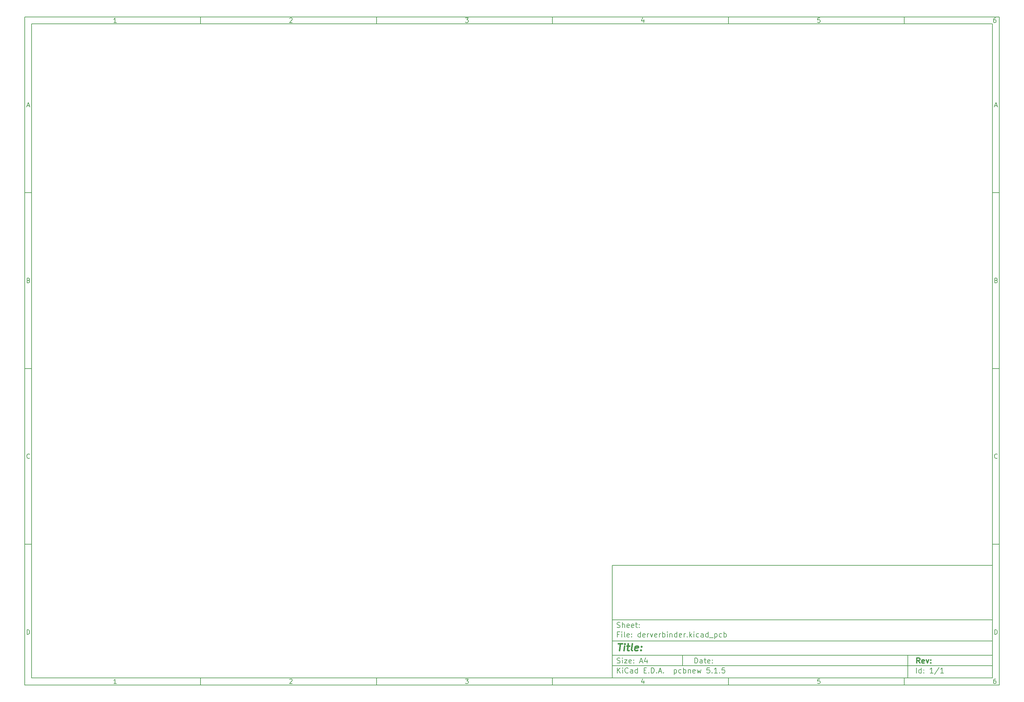
<source format=gbr>
G04 #@! TF.GenerationSoftware,KiCad,Pcbnew,5.1.5*
G04 #@! TF.CreationDate,2019-11-29T13:32:31+01:00*
G04 #@! TF.ProjectId,derverbinder,64657276-6572-4626-996e-6465722e6b69,rev?*
G04 #@! TF.SameCoordinates,Original*
G04 #@! TF.FileFunction,Paste,Bot*
G04 #@! TF.FilePolarity,Positive*
%FSLAX46Y46*%
G04 Gerber Fmt 4.6, Leading zero omitted, Abs format (unit mm)*
G04 Created by KiCad (PCBNEW 5.1.5) date 2019-11-29 13:32:31*
%MOMM*%
%LPD*%
G04 APERTURE LIST*
%ADD10C,0.100000*%
%ADD11C,0.150000*%
%ADD12C,0.300000*%
%ADD13C,0.400000*%
G04 APERTURE END LIST*
D10*
D11*
X177002200Y-166007200D02*
X177002200Y-198007200D01*
X285002200Y-198007200D01*
X285002200Y-166007200D01*
X177002200Y-166007200D01*
D10*
D11*
X10000000Y-10000000D02*
X10000000Y-200007200D01*
X287002200Y-200007200D01*
X287002200Y-10000000D01*
X10000000Y-10000000D01*
D10*
D11*
X12000000Y-12000000D02*
X12000000Y-198007200D01*
X285002200Y-198007200D01*
X285002200Y-12000000D01*
X12000000Y-12000000D01*
D10*
D11*
X60000000Y-12000000D02*
X60000000Y-10000000D01*
D10*
D11*
X110000000Y-12000000D02*
X110000000Y-10000000D01*
D10*
D11*
X160000000Y-12000000D02*
X160000000Y-10000000D01*
D10*
D11*
X210000000Y-12000000D02*
X210000000Y-10000000D01*
D10*
D11*
X260000000Y-12000000D02*
X260000000Y-10000000D01*
D10*
D11*
X36065476Y-11588095D02*
X35322619Y-11588095D01*
X35694047Y-11588095D02*
X35694047Y-10288095D01*
X35570238Y-10473809D01*
X35446428Y-10597619D01*
X35322619Y-10659523D01*
D10*
D11*
X85322619Y-10411904D02*
X85384523Y-10350000D01*
X85508333Y-10288095D01*
X85817857Y-10288095D01*
X85941666Y-10350000D01*
X86003571Y-10411904D01*
X86065476Y-10535714D01*
X86065476Y-10659523D01*
X86003571Y-10845238D01*
X85260714Y-11588095D01*
X86065476Y-11588095D01*
D10*
D11*
X135260714Y-10288095D02*
X136065476Y-10288095D01*
X135632142Y-10783333D01*
X135817857Y-10783333D01*
X135941666Y-10845238D01*
X136003571Y-10907142D01*
X136065476Y-11030952D01*
X136065476Y-11340476D01*
X136003571Y-11464285D01*
X135941666Y-11526190D01*
X135817857Y-11588095D01*
X135446428Y-11588095D01*
X135322619Y-11526190D01*
X135260714Y-11464285D01*
D10*
D11*
X185941666Y-10721428D02*
X185941666Y-11588095D01*
X185632142Y-10226190D02*
X185322619Y-11154761D01*
X186127380Y-11154761D01*
D10*
D11*
X236003571Y-10288095D02*
X235384523Y-10288095D01*
X235322619Y-10907142D01*
X235384523Y-10845238D01*
X235508333Y-10783333D01*
X235817857Y-10783333D01*
X235941666Y-10845238D01*
X236003571Y-10907142D01*
X236065476Y-11030952D01*
X236065476Y-11340476D01*
X236003571Y-11464285D01*
X235941666Y-11526190D01*
X235817857Y-11588095D01*
X235508333Y-11588095D01*
X235384523Y-11526190D01*
X235322619Y-11464285D01*
D10*
D11*
X285941666Y-10288095D02*
X285694047Y-10288095D01*
X285570238Y-10350000D01*
X285508333Y-10411904D01*
X285384523Y-10597619D01*
X285322619Y-10845238D01*
X285322619Y-11340476D01*
X285384523Y-11464285D01*
X285446428Y-11526190D01*
X285570238Y-11588095D01*
X285817857Y-11588095D01*
X285941666Y-11526190D01*
X286003571Y-11464285D01*
X286065476Y-11340476D01*
X286065476Y-11030952D01*
X286003571Y-10907142D01*
X285941666Y-10845238D01*
X285817857Y-10783333D01*
X285570238Y-10783333D01*
X285446428Y-10845238D01*
X285384523Y-10907142D01*
X285322619Y-11030952D01*
D10*
D11*
X60000000Y-198007200D02*
X60000000Y-200007200D01*
D10*
D11*
X110000000Y-198007200D02*
X110000000Y-200007200D01*
D10*
D11*
X160000000Y-198007200D02*
X160000000Y-200007200D01*
D10*
D11*
X210000000Y-198007200D02*
X210000000Y-200007200D01*
D10*
D11*
X260000000Y-198007200D02*
X260000000Y-200007200D01*
D10*
D11*
X36065476Y-199595295D02*
X35322619Y-199595295D01*
X35694047Y-199595295D02*
X35694047Y-198295295D01*
X35570238Y-198481009D01*
X35446428Y-198604819D01*
X35322619Y-198666723D01*
D10*
D11*
X85322619Y-198419104D02*
X85384523Y-198357200D01*
X85508333Y-198295295D01*
X85817857Y-198295295D01*
X85941666Y-198357200D01*
X86003571Y-198419104D01*
X86065476Y-198542914D01*
X86065476Y-198666723D01*
X86003571Y-198852438D01*
X85260714Y-199595295D01*
X86065476Y-199595295D01*
D10*
D11*
X135260714Y-198295295D02*
X136065476Y-198295295D01*
X135632142Y-198790533D01*
X135817857Y-198790533D01*
X135941666Y-198852438D01*
X136003571Y-198914342D01*
X136065476Y-199038152D01*
X136065476Y-199347676D01*
X136003571Y-199471485D01*
X135941666Y-199533390D01*
X135817857Y-199595295D01*
X135446428Y-199595295D01*
X135322619Y-199533390D01*
X135260714Y-199471485D01*
D10*
D11*
X185941666Y-198728628D02*
X185941666Y-199595295D01*
X185632142Y-198233390D02*
X185322619Y-199161961D01*
X186127380Y-199161961D01*
D10*
D11*
X236003571Y-198295295D02*
X235384523Y-198295295D01*
X235322619Y-198914342D01*
X235384523Y-198852438D01*
X235508333Y-198790533D01*
X235817857Y-198790533D01*
X235941666Y-198852438D01*
X236003571Y-198914342D01*
X236065476Y-199038152D01*
X236065476Y-199347676D01*
X236003571Y-199471485D01*
X235941666Y-199533390D01*
X235817857Y-199595295D01*
X235508333Y-199595295D01*
X235384523Y-199533390D01*
X235322619Y-199471485D01*
D10*
D11*
X285941666Y-198295295D02*
X285694047Y-198295295D01*
X285570238Y-198357200D01*
X285508333Y-198419104D01*
X285384523Y-198604819D01*
X285322619Y-198852438D01*
X285322619Y-199347676D01*
X285384523Y-199471485D01*
X285446428Y-199533390D01*
X285570238Y-199595295D01*
X285817857Y-199595295D01*
X285941666Y-199533390D01*
X286003571Y-199471485D01*
X286065476Y-199347676D01*
X286065476Y-199038152D01*
X286003571Y-198914342D01*
X285941666Y-198852438D01*
X285817857Y-198790533D01*
X285570238Y-198790533D01*
X285446428Y-198852438D01*
X285384523Y-198914342D01*
X285322619Y-199038152D01*
D10*
D11*
X10000000Y-60000000D02*
X12000000Y-60000000D01*
D10*
D11*
X10000000Y-110000000D02*
X12000000Y-110000000D01*
D10*
D11*
X10000000Y-160000000D02*
X12000000Y-160000000D01*
D10*
D11*
X10690476Y-35216666D02*
X11309523Y-35216666D01*
X10566666Y-35588095D02*
X11000000Y-34288095D01*
X11433333Y-35588095D01*
D10*
D11*
X11092857Y-84907142D02*
X11278571Y-84969047D01*
X11340476Y-85030952D01*
X11402380Y-85154761D01*
X11402380Y-85340476D01*
X11340476Y-85464285D01*
X11278571Y-85526190D01*
X11154761Y-85588095D01*
X10659523Y-85588095D01*
X10659523Y-84288095D01*
X11092857Y-84288095D01*
X11216666Y-84350000D01*
X11278571Y-84411904D01*
X11340476Y-84535714D01*
X11340476Y-84659523D01*
X11278571Y-84783333D01*
X11216666Y-84845238D01*
X11092857Y-84907142D01*
X10659523Y-84907142D01*
D10*
D11*
X11402380Y-135464285D02*
X11340476Y-135526190D01*
X11154761Y-135588095D01*
X11030952Y-135588095D01*
X10845238Y-135526190D01*
X10721428Y-135402380D01*
X10659523Y-135278571D01*
X10597619Y-135030952D01*
X10597619Y-134845238D01*
X10659523Y-134597619D01*
X10721428Y-134473809D01*
X10845238Y-134350000D01*
X11030952Y-134288095D01*
X11154761Y-134288095D01*
X11340476Y-134350000D01*
X11402380Y-134411904D01*
D10*
D11*
X10659523Y-185588095D02*
X10659523Y-184288095D01*
X10969047Y-184288095D01*
X11154761Y-184350000D01*
X11278571Y-184473809D01*
X11340476Y-184597619D01*
X11402380Y-184845238D01*
X11402380Y-185030952D01*
X11340476Y-185278571D01*
X11278571Y-185402380D01*
X11154761Y-185526190D01*
X10969047Y-185588095D01*
X10659523Y-185588095D01*
D10*
D11*
X287002200Y-60000000D02*
X285002200Y-60000000D01*
D10*
D11*
X287002200Y-110000000D02*
X285002200Y-110000000D01*
D10*
D11*
X287002200Y-160000000D02*
X285002200Y-160000000D01*
D10*
D11*
X285692676Y-35216666D02*
X286311723Y-35216666D01*
X285568866Y-35588095D02*
X286002200Y-34288095D01*
X286435533Y-35588095D01*
D10*
D11*
X286095057Y-84907142D02*
X286280771Y-84969047D01*
X286342676Y-85030952D01*
X286404580Y-85154761D01*
X286404580Y-85340476D01*
X286342676Y-85464285D01*
X286280771Y-85526190D01*
X286156961Y-85588095D01*
X285661723Y-85588095D01*
X285661723Y-84288095D01*
X286095057Y-84288095D01*
X286218866Y-84350000D01*
X286280771Y-84411904D01*
X286342676Y-84535714D01*
X286342676Y-84659523D01*
X286280771Y-84783333D01*
X286218866Y-84845238D01*
X286095057Y-84907142D01*
X285661723Y-84907142D01*
D10*
D11*
X286404580Y-135464285D02*
X286342676Y-135526190D01*
X286156961Y-135588095D01*
X286033152Y-135588095D01*
X285847438Y-135526190D01*
X285723628Y-135402380D01*
X285661723Y-135278571D01*
X285599819Y-135030952D01*
X285599819Y-134845238D01*
X285661723Y-134597619D01*
X285723628Y-134473809D01*
X285847438Y-134350000D01*
X286033152Y-134288095D01*
X286156961Y-134288095D01*
X286342676Y-134350000D01*
X286404580Y-134411904D01*
D10*
D11*
X285661723Y-185588095D02*
X285661723Y-184288095D01*
X285971247Y-184288095D01*
X286156961Y-184350000D01*
X286280771Y-184473809D01*
X286342676Y-184597619D01*
X286404580Y-184845238D01*
X286404580Y-185030952D01*
X286342676Y-185278571D01*
X286280771Y-185402380D01*
X286156961Y-185526190D01*
X285971247Y-185588095D01*
X285661723Y-185588095D01*
D10*
D11*
X200434342Y-193785771D02*
X200434342Y-192285771D01*
X200791485Y-192285771D01*
X201005771Y-192357200D01*
X201148628Y-192500057D01*
X201220057Y-192642914D01*
X201291485Y-192928628D01*
X201291485Y-193142914D01*
X201220057Y-193428628D01*
X201148628Y-193571485D01*
X201005771Y-193714342D01*
X200791485Y-193785771D01*
X200434342Y-193785771D01*
X202577200Y-193785771D02*
X202577200Y-193000057D01*
X202505771Y-192857200D01*
X202362914Y-192785771D01*
X202077200Y-192785771D01*
X201934342Y-192857200D01*
X202577200Y-193714342D02*
X202434342Y-193785771D01*
X202077200Y-193785771D01*
X201934342Y-193714342D01*
X201862914Y-193571485D01*
X201862914Y-193428628D01*
X201934342Y-193285771D01*
X202077200Y-193214342D01*
X202434342Y-193214342D01*
X202577200Y-193142914D01*
X203077200Y-192785771D02*
X203648628Y-192785771D01*
X203291485Y-192285771D02*
X203291485Y-193571485D01*
X203362914Y-193714342D01*
X203505771Y-193785771D01*
X203648628Y-193785771D01*
X204720057Y-193714342D02*
X204577200Y-193785771D01*
X204291485Y-193785771D01*
X204148628Y-193714342D01*
X204077200Y-193571485D01*
X204077200Y-193000057D01*
X204148628Y-192857200D01*
X204291485Y-192785771D01*
X204577200Y-192785771D01*
X204720057Y-192857200D01*
X204791485Y-193000057D01*
X204791485Y-193142914D01*
X204077200Y-193285771D01*
X205434342Y-193642914D02*
X205505771Y-193714342D01*
X205434342Y-193785771D01*
X205362914Y-193714342D01*
X205434342Y-193642914D01*
X205434342Y-193785771D01*
X205434342Y-192857200D02*
X205505771Y-192928628D01*
X205434342Y-193000057D01*
X205362914Y-192928628D01*
X205434342Y-192857200D01*
X205434342Y-193000057D01*
D10*
D11*
X177002200Y-194507200D02*
X285002200Y-194507200D01*
D10*
D11*
X178434342Y-196585771D02*
X178434342Y-195085771D01*
X179291485Y-196585771D02*
X178648628Y-195728628D01*
X179291485Y-195085771D02*
X178434342Y-195942914D01*
X179934342Y-196585771D02*
X179934342Y-195585771D01*
X179934342Y-195085771D02*
X179862914Y-195157200D01*
X179934342Y-195228628D01*
X180005771Y-195157200D01*
X179934342Y-195085771D01*
X179934342Y-195228628D01*
X181505771Y-196442914D02*
X181434342Y-196514342D01*
X181220057Y-196585771D01*
X181077200Y-196585771D01*
X180862914Y-196514342D01*
X180720057Y-196371485D01*
X180648628Y-196228628D01*
X180577200Y-195942914D01*
X180577200Y-195728628D01*
X180648628Y-195442914D01*
X180720057Y-195300057D01*
X180862914Y-195157200D01*
X181077200Y-195085771D01*
X181220057Y-195085771D01*
X181434342Y-195157200D01*
X181505771Y-195228628D01*
X182791485Y-196585771D02*
X182791485Y-195800057D01*
X182720057Y-195657200D01*
X182577200Y-195585771D01*
X182291485Y-195585771D01*
X182148628Y-195657200D01*
X182791485Y-196514342D02*
X182648628Y-196585771D01*
X182291485Y-196585771D01*
X182148628Y-196514342D01*
X182077200Y-196371485D01*
X182077200Y-196228628D01*
X182148628Y-196085771D01*
X182291485Y-196014342D01*
X182648628Y-196014342D01*
X182791485Y-195942914D01*
X184148628Y-196585771D02*
X184148628Y-195085771D01*
X184148628Y-196514342D02*
X184005771Y-196585771D01*
X183720057Y-196585771D01*
X183577200Y-196514342D01*
X183505771Y-196442914D01*
X183434342Y-196300057D01*
X183434342Y-195871485D01*
X183505771Y-195728628D01*
X183577200Y-195657200D01*
X183720057Y-195585771D01*
X184005771Y-195585771D01*
X184148628Y-195657200D01*
X186005771Y-195800057D02*
X186505771Y-195800057D01*
X186720057Y-196585771D02*
X186005771Y-196585771D01*
X186005771Y-195085771D01*
X186720057Y-195085771D01*
X187362914Y-196442914D02*
X187434342Y-196514342D01*
X187362914Y-196585771D01*
X187291485Y-196514342D01*
X187362914Y-196442914D01*
X187362914Y-196585771D01*
X188077200Y-196585771D02*
X188077200Y-195085771D01*
X188434342Y-195085771D01*
X188648628Y-195157200D01*
X188791485Y-195300057D01*
X188862914Y-195442914D01*
X188934342Y-195728628D01*
X188934342Y-195942914D01*
X188862914Y-196228628D01*
X188791485Y-196371485D01*
X188648628Y-196514342D01*
X188434342Y-196585771D01*
X188077200Y-196585771D01*
X189577200Y-196442914D02*
X189648628Y-196514342D01*
X189577200Y-196585771D01*
X189505771Y-196514342D01*
X189577200Y-196442914D01*
X189577200Y-196585771D01*
X190220057Y-196157200D02*
X190934342Y-196157200D01*
X190077200Y-196585771D02*
X190577200Y-195085771D01*
X191077200Y-196585771D01*
X191577200Y-196442914D02*
X191648628Y-196514342D01*
X191577200Y-196585771D01*
X191505771Y-196514342D01*
X191577200Y-196442914D01*
X191577200Y-196585771D01*
X194577200Y-195585771D02*
X194577200Y-197085771D01*
X194577200Y-195657200D02*
X194720057Y-195585771D01*
X195005771Y-195585771D01*
X195148628Y-195657200D01*
X195220057Y-195728628D01*
X195291485Y-195871485D01*
X195291485Y-196300057D01*
X195220057Y-196442914D01*
X195148628Y-196514342D01*
X195005771Y-196585771D01*
X194720057Y-196585771D01*
X194577200Y-196514342D01*
X196577200Y-196514342D02*
X196434342Y-196585771D01*
X196148628Y-196585771D01*
X196005771Y-196514342D01*
X195934342Y-196442914D01*
X195862914Y-196300057D01*
X195862914Y-195871485D01*
X195934342Y-195728628D01*
X196005771Y-195657200D01*
X196148628Y-195585771D01*
X196434342Y-195585771D01*
X196577200Y-195657200D01*
X197220057Y-196585771D02*
X197220057Y-195085771D01*
X197220057Y-195657200D02*
X197362914Y-195585771D01*
X197648628Y-195585771D01*
X197791485Y-195657200D01*
X197862914Y-195728628D01*
X197934342Y-195871485D01*
X197934342Y-196300057D01*
X197862914Y-196442914D01*
X197791485Y-196514342D01*
X197648628Y-196585771D01*
X197362914Y-196585771D01*
X197220057Y-196514342D01*
X198577200Y-195585771D02*
X198577200Y-196585771D01*
X198577200Y-195728628D02*
X198648628Y-195657200D01*
X198791485Y-195585771D01*
X199005771Y-195585771D01*
X199148628Y-195657200D01*
X199220057Y-195800057D01*
X199220057Y-196585771D01*
X200505771Y-196514342D02*
X200362914Y-196585771D01*
X200077200Y-196585771D01*
X199934342Y-196514342D01*
X199862914Y-196371485D01*
X199862914Y-195800057D01*
X199934342Y-195657200D01*
X200077200Y-195585771D01*
X200362914Y-195585771D01*
X200505771Y-195657200D01*
X200577200Y-195800057D01*
X200577200Y-195942914D01*
X199862914Y-196085771D01*
X201077200Y-195585771D02*
X201362914Y-196585771D01*
X201648628Y-195871485D01*
X201934342Y-196585771D01*
X202220057Y-195585771D01*
X204648628Y-195085771D02*
X203934342Y-195085771D01*
X203862914Y-195800057D01*
X203934342Y-195728628D01*
X204077200Y-195657200D01*
X204434342Y-195657200D01*
X204577200Y-195728628D01*
X204648628Y-195800057D01*
X204720057Y-195942914D01*
X204720057Y-196300057D01*
X204648628Y-196442914D01*
X204577200Y-196514342D01*
X204434342Y-196585771D01*
X204077200Y-196585771D01*
X203934342Y-196514342D01*
X203862914Y-196442914D01*
X205362914Y-196442914D02*
X205434342Y-196514342D01*
X205362914Y-196585771D01*
X205291485Y-196514342D01*
X205362914Y-196442914D01*
X205362914Y-196585771D01*
X206862914Y-196585771D02*
X206005771Y-196585771D01*
X206434342Y-196585771D02*
X206434342Y-195085771D01*
X206291485Y-195300057D01*
X206148628Y-195442914D01*
X206005771Y-195514342D01*
X207505771Y-196442914D02*
X207577200Y-196514342D01*
X207505771Y-196585771D01*
X207434342Y-196514342D01*
X207505771Y-196442914D01*
X207505771Y-196585771D01*
X208934342Y-195085771D02*
X208220057Y-195085771D01*
X208148628Y-195800057D01*
X208220057Y-195728628D01*
X208362914Y-195657200D01*
X208720057Y-195657200D01*
X208862914Y-195728628D01*
X208934342Y-195800057D01*
X209005771Y-195942914D01*
X209005771Y-196300057D01*
X208934342Y-196442914D01*
X208862914Y-196514342D01*
X208720057Y-196585771D01*
X208362914Y-196585771D01*
X208220057Y-196514342D01*
X208148628Y-196442914D01*
D10*
D11*
X177002200Y-191507200D02*
X285002200Y-191507200D01*
D10*
D12*
X264411485Y-193785771D02*
X263911485Y-193071485D01*
X263554342Y-193785771D02*
X263554342Y-192285771D01*
X264125771Y-192285771D01*
X264268628Y-192357200D01*
X264340057Y-192428628D01*
X264411485Y-192571485D01*
X264411485Y-192785771D01*
X264340057Y-192928628D01*
X264268628Y-193000057D01*
X264125771Y-193071485D01*
X263554342Y-193071485D01*
X265625771Y-193714342D02*
X265482914Y-193785771D01*
X265197200Y-193785771D01*
X265054342Y-193714342D01*
X264982914Y-193571485D01*
X264982914Y-193000057D01*
X265054342Y-192857200D01*
X265197200Y-192785771D01*
X265482914Y-192785771D01*
X265625771Y-192857200D01*
X265697200Y-193000057D01*
X265697200Y-193142914D01*
X264982914Y-193285771D01*
X266197200Y-192785771D02*
X266554342Y-193785771D01*
X266911485Y-192785771D01*
X267482914Y-193642914D02*
X267554342Y-193714342D01*
X267482914Y-193785771D01*
X267411485Y-193714342D01*
X267482914Y-193642914D01*
X267482914Y-193785771D01*
X267482914Y-192857200D02*
X267554342Y-192928628D01*
X267482914Y-193000057D01*
X267411485Y-192928628D01*
X267482914Y-192857200D01*
X267482914Y-193000057D01*
D10*
D11*
X178362914Y-193714342D02*
X178577200Y-193785771D01*
X178934342Y-193785771D01*
X179077200Y-193714342D01*
X179148628Y-193642914D01*
X179220057Y-193500057D01*
X179220057Y-193357200D01*
X179148628Y-193214342D01*
X179077200Y-193142914D01*
X178934342Y-193071485D01*
X178648628Y-193000057D01*
X178505771Y-192928628D01*
X178434342Y-192857200D01*
X178362914Y-192714342D01*
X178362914Y-192571485D01*
X178434342Y-192428628D01*
X178505771Y-192357200D01*
X178648628Y-192285771D01*
X179005771Y-192285771D01*
X179220057Y-192357200D01*
X179862914Y-193785771D02*
X179862914Y-192785771D01*
X179862914Y-192285771D02*
X179791485Y-192357200D01*
X179862914Y-192428628D01*
X179934342Y-192357200D01*
X179862914Y-192285771D01*
X179862914Y-192428628D01*
X180434342Y-192785771D02*
X181220057Y-192785771D01*
X180434342Y-193785771D01*
X181220057Y-193785771D01*
X182362914Y-193714342D02*
X182220057Y-193785771D01*
X181934342Y-193785771D01*
X181791485Y-193714342D01*
X181720057Y-193571485D01*
X181720057Y-193000057D01*
X181791485Y-192857200D01*
X181934342Y-192785771D01*
X182220057Y-192785771D01*
X182362914Y-192857200D01*
X182434342Y-193000057D01*
X182434342Y-193142914D01*
X181720057Y-193285771D01*
X183077200Y-193642914D02*
X183148628Y-193714342D01*
X183077200Y-193785771D01*
X183005771Y-193714342D01*
X183077200Y-193642914D01*
X183077200Y-193785771D01*
X183077200Y-192857200D02*
X183148628Y-192928628D01*
X183077200Y-193000057D01*
X183005771Y-192928628D01*
X183077200Y-192857200D01*
X183077200Y-193000057D01*
X184862914Y-193357200D02*
X185577200Y-193357200D01*
X184720057Y-193785771D02*
X185220057Y-192285771D01*
X185720057Y-193785771D01*
X186862914Y-192785771D02*
X186862914Y-193785771D01*
X186505771Y-192214342D02*
X186148628Y-193285771D01*
X187077200Y-193285771D01*
D10*
D11*
X263434342Y-196585771D02*
X263434342Y-195085771D01*
X264791485Y-196585771D02*
X264791485Y-195085771D01*
X264791485Y-196514342D02*
X264648628Y-196585771D01*
X264362914Y-196585771D01*
X264220057Y-196514342D01*
X264148628Y-196442914D01*
X264077200Y-196300057D01*
X264077200Y-195871485D01*
X264148628Y-195728628D01*
X264220057Y-195657200D01*
X264362914Y-195585771D01*
X264648628Y-195585771D01*
X264791485Y-195657200D01*
X265505771Y-196442914D02*
X265577200Y-196514342D01*
X265505771Y-196585771D01*
X265434342Y-196514342D01*
X265505771Y-196442914D01*
X265505771Y-196585771D01*
X265505771Y-195657200D02*
X265577200Y-195728628D01*
X265505771Y-195800057D01*
X265434342Y-195728628D01*
X265505771Y-195657200D01*
X265505771Y-195800057D01*
X268148628Y-196585771D02*
X267291485Y-196585771D01*
X267720057Y-196585771D02*
X267720057Y-195085771D01*
X267577200Y-195300057D01*
X267434342Y-195442914D01*
X267291485Y-195514342D01*
X269862914Y-195014342D02*
X268577200Y-196942914D01*
X271148628Y-196585771D02*
X270291485Y-196585771D01*
X270720057Y-196585771D02*
X270720057Y-195085771D01*
X270577200Y-195300057D01*
X270434342Y-195442914D01*
X270291485Y-195514342D01*
D10*
D11*
X177002200Y-187507200D02*
X285002200Y-187507200D01*
D10*
D13*
X178714580Y-188211961D02*
X179857438Y-188211961D01*
X179036009Y-190211961D02*
X179286009Y-188211961D01*
X180274104Y-190211961D02*
X180440771Y-188878628D01*
X180524104Y-188211961D02*
X180416961Y-188307200D01*
X180500295Y-188402438D01*
X180607438Y-188307200D01*
X180524104Y-188211961D01*
X180500295Y-188402438D01*
X181107438Y-188878628D02*
X181869342Y-188878628D01*
X181476485Y-188211961D02*
X181262200Y-189926247D01*
X181333628Y-190116723D01*
X181512200Y-190211961D01*
X181702676Y-190211961D01*
X182655057Y-190211961D02*
X182476485Y-190116723D01*
X182405057Y-189926247D01*
X182619342Y-188211961D01*
X184190771Y-190116723D02*
X183988390Y-190211961D01*
X183607438Y-190211961D01*
X183428866Y-190116723D01*
X183357438Y-189926247D01*
X183452676Y-189164342D01*
X183571723Y-188973866D01*
X183774104Y-188878628D01*
X184155057Y-188878628D01*
X184333628Y-188973866D01*
X184405057Y-189164342D01*
X184381247Y-189354819D01*
X183405057Y-189545295D01*
X185155057Y-190021485D02*
X185238390Y-190116723D01*
X185131247Y-190211961D01*
X185047914Y-190116723D01*
X185155057Y-190021485D01*
X185131247Y-190211961D01*
X185286009Y-188973866D02*
X185369342Y-189069104D01*
X185262200Y-189164342D01*
X185178866Y-189069104D01*
X185286009Y-188973866D01*
X185262200Y-189164342D01*
D10*
D11*
X178934342Y-185600057D02*
X178434342Y-185600057D01*
X178434342Y-186385771D02*
X178434342Y-184885771D01*
X179148628Y-184885771D01*
X179720057Y-186385771D02*
X179720057Y-185385771D01*
X179720057Y-184885771D02*
X179648628Y-184957200D01*
X179720057Y-185028628D01*
X179791485Y-184957200D01*
X179720057Y-184885771D01*
X179720057Y-185028628D01*
X180648628Y-186385771D02*
X180505771Y-186314342D01*
X180434342Y-186171485D01*
X180434342Y-184885771D01*
X181791485Y-186314342D02*
X181648628Y-186385771D01*
X181362914Y-186385771D01*
X181220057Y-186314342D01*
X181148628Y-186171485D01*
X181148628Y-185600057D01*
X181220057Y-185457200D01*
X181362914Y-185385771D01*
X181648628Y-185385771D01*
X181791485Y-185457200D01*
X181862914Y-185600057D01*
X181862914Y-185742914D01*
X181148628Y-185885771D01*
X182505771Y-186242914D02*
X182577200Y-186314342D01*
X182505771Y-186385771D01*
X182434342Y-186314342D01*
X182505771Y-186242914D01*
X182505771Y-186385771D01*
X182505771Y-185457200D02*
X182577200Y-185528628D01*
X182505771Y-185600057D01*
X182434342Y-185528628D01*
X182505771Y-185457200D01*
X182505771Y-185600057D01*
X185005771Y-186385771D02*
X185005771Y-184885771D01*
X185005771Y-186314342D02*
X184862914Y-186385771D01*
X184577200Y-186385771D01*
X184434342Y-186314342D01*
X184362914Y-186242914D01*
X184291485Y-186100057D01*
X184291485Y-185671485D01*
X184362914Y-185528628D01*
X184434342Y-185457200D01*
X184577200Y-185385771D01*
X184862914Y-185385771D01*
X185005771Y-185457200D01*
X186291485Y-186314342D02*
X186148628Y-186385771D01*
X185862914Y-186385771D01*
X185720057Y-186314342D01*
X185648628Y-186171485D01*
X185648628Y-185600057D01*
X185720057Y-185457200D01*
X185862914Y-185385771D01*
X186148628Y-185385771D01*
X186291485Y-185457200D01*
X186362914Y-185600057D01*
X186362914Y-185742914D01*
X185648628Y-185885771D01*
X187005771Y-186385771D02*
X187005771Y-185385771D01*
X187005771Y-185671485D02*
X187077200Y-185528628D01*
X187148628Y-185457200D01*
X187291485Y-185385771D01*
X187434342Y-185385771D01*
X187791485Y-185385771D02*
X188148628Y-186385771D01*
X188505771Y-185385771D01*
X189648628Y-186314342D02*
X189505771Y-186385771D01*
X189220057Y-186385771D01*
X189077200Y-186314342D01*
X189005771Y-186171485D01*
X189005771Y-185600057D01*
X189077200Y-185457200D01*
X189220057Y-185385771D01*
X189505771Y-185385771D01*
X189648628Y-185457200D01*
X189720057Y-185600057D01*
X189720057Y-185742914D01*
X189005771Y-185885771D01*
X190362914Y-186385771D02*
X190362914Y-185385771D01*
X190362914Y-185671485D02*
X190434342Y-185528628D01*
X190505771Y-185457200D01*
X190648628Y-185385771D01*
X190791485Y-185385771D01*
X191291485Y-186385771D02*
X191291485Y-184885771D01*
X191291485Y-185457200D02*
X191434342Y-185385771D01*
X191720057Y-185385771D01*
X191862914Y-185457200D01*
X191934342Y-185528628D01*
X192005771Y-185671485D01*
X192005771Y-186100057D01*
X191934342Y-186242914D01*
X191862914Y-186314342D01*
X191720057Y-186385771D01*
X191434342Y-186385771D01*
X191291485Y-186314342D01*
X192648628Y-186385771D02*
X192648628Y-185385771D01*
X192648628Y-184885771D02*
X192577200Y-184957200D01*
X192648628Y-185028628D01*
X192720057Y-184957200D01*
X192648628Y-184885771D01*
X192648628Y-185028628D01*
X193362914Y-185385771D02*
X193362914Y-186385771D01*
X193362914Y-185528628D02*
X193434342Y-185457200D01*
X193577200Y-185385771D01*
X193791485Y-185385771D01*
X193934342Y-185457200D01*
X194005771Y-185600057D01*
X194005771Y-186385771D01*
X195362914Y-186385771D02*
X195362914Y-184885771D01*
X195362914Y-186314342D02*
X195220057Y-186385771D01*
X194934342Y-186385771D01*
X194791485Y-186314342D01*
X194720057Y-186242914D01*
X194648628Y-186100057D01*
X194648628Y-185671485D01*
X194720057Y-185528628D01*
X194791485Y-185457200D01*
X194934342Y-185385771D01*
X195220057Y-185385771D01*
X195362914Y-185457200D01*
X196648628Y-186314342D02*
X196505771Y-186385771D01*
X196220057Y-186385771D01*
X196077200Y-186314342D01*
X196005771Y-186171485D01*
X196005771Y-185600057D01*
X196077200Y-185457200D01*
X196220057Y-185385771D01*
X196505771Y-185385771D01*
X196648628Y-185457200D01*
X196720057Y-185600057D01*
X196720057Y-185742914D01*
X196005771Y-185885771D01*
X197362914Y-186385771D02*
X197362914Y-185385771D01*
X197362914Y-185671485D02*
X197434342Y-185528628D01*
X197505771Y-185457200D01*
X197648628Y-185385771D01*
X197791485Y-185385771D01*
X198291485Y-186242914D02*
X198362914Y-186314342D01*
X198291485Y-186385771D01*
X198220057Y-186314342D01*
X198291485Y-186242914D01*
X198291485Y-186385771D01*
X199005771Y-186385771D02*
X199005771Y-184885771D01*
X199148628Y-185814342D02*
X199577200Y-186385771D01*
X199577200Y-185385771D02*
X199005771Y-185957200D01*
X200220057Y-186385771D02*
X200220057Y-185385771D01*
X200220057Y-184885771D02*
X200148628Y-184957200D01*
X200220057Y-185028628D01*
X200291485Y-184957200D01*
X200220057Y-184885771D01*
X200220057Y-185028628D01*
X201577200Y-186314342D02*
X201434342Y-186385771D01*
X201148628Y-186385771D01*
X201005771Y-186314342D01*
X200934342Y-186242914D01*
X200862914Y-186100057D01*
X200862914Y-185671485D01*
X200934342Y-185528628D01*
X201005771Y-185457200D01*
X201148628Y-185385771D01*
X201434342Y-185385771D01*
X201577200Y-185457200D01*
X202862914Y-186385771D02*
X202862914Y-185600057D01*
X202791485Y-185457200D01*
X202648628Y-185385771D01*
X202362914Y-185385771D01*
X202220057Y-185457200D01*
X202862914Y-186314342D02*
X202720057Y-186385771D01*
X202362914Y-186385771D01*
X202220057Y-186314342D01*
X202148628Y-186171485D01*
X202148628Y-186028628D01*
X202220057Y-185885771D01*
X202362914Y-185814342D01*
X202720057Y-185814342D01*
X202862914Y-185742914D01*
X204220057Y-186385771D02*
X204220057Y-184885771D01*
X204220057Y-186314342D02*
X204077200Y-186385771D01*
X203791485Y-186385771D01*
X203648628Y-186314342D01*
X203577200Y-186242914D01*
X203505771Y-186100057D01*
X203505771Y-185671485D01*
X203577200Y-185528628D01*
X203648628Y-185457200D01*
X203791485Y-185385771D01*
X204077200Y-185385771D01*
X204220057Y-185457200D01*
X204577200Y-186528628D02*
X205720057Y-186528628D01*
X206077200Y-185385771D02*
X206077200Y-186885771D01*
X206077200Y-185457200D02*
X206220057Y-185385771D01*
X206505771Y-185385771D01*
X206648628Y-185457200D01*
X206720057Y-185528628D01*
X206791485Y-185671485D01*
X206791485Y-186100057D01*
X206720057Y-186242914D01*
X206648628Y-186314342D01*
X206505771Y-186385771D01*
X206220057Y-186385771D01*
X206077200Y-186314342D01*
X208077200Y-186314342D02*
X207934342Y-186385771D01*
X207648628Y-186385771D01*
X207505771Y-186314342D01*
X207434342Y-186242914D01*
X207362914Y-186100057D01*
X207362914Y-185671485D01*
X207434342Y-185528628D01*
X207505771Y-185457200D01*
X207648628Y-185385771D01*
X207934342Y-185385771D01*
X208077200Y-185457200D01*
X208720057Y-186385771D02*
X208720057Y-184885771D01*
X208720057Y-185457200D02*
X208862914Y-185385771D01*
X209148628Y-185385771D01*
X209291485Y-185457200D01*
X209362914Y-185528628D01*
X209434342Y-185671485D01*
X209434342Y-186100057D01*
X209362914Y-186242914D01*
X209291485Y-186314342D01*
X209148628Y-186385771D01*
X208862914Y-186385771D01*
X208720057Y-186314342D01*
D10*
D11*
X177002200Y-181507200D02*
X285002200Y-181507200D01*
D10*
D11*
X178362914Y-183614342D02*
X178577200Y-183685771D01*
X178934342Y-183685771D01*
X179077200Y-183614342D01*
X179148628Y-183542914D01*
X179220057Y-183400057D01*
X179220057Y-183257200D01*
X179148628Y-183114342D01*
X179077200Y-183042914D01*
X178934342Y-182971485D01*
X178648628Y-182900057D01*
X178505771Y-182828628D01*
X178434342Y-182757200D01*
X178362914Y-182614342D01*
X178362914Y-182471485D01*
X178434342Y-182328628D01*
X178505771Y-182257200D01*
X178648628Y-182185771D01*
X179005771Y-182185771D01*
X179220057Y-182257200D01*
X179862914Y-183685771D02*
X179862914Y-182185771D01*
X180505771Y-183685771D02*
X180505771Y-182900057D01*
X180434342Y-182757200D01*
X180291485Y-182685771D01*
X180077200Y-182685771D01*
X179934342Y-182757200D01*
X179862914Y-182828628D01*
X181791485Y-183614342D02*
X181648628Y-183685771D01*
X181362914Y-183685771D01*
X181220057Y-183614342D01*
X181148628Y-183471485D01*
X181148628Y-182900057D01*
X181220057Y-182757200D01*
X181362914Y-182685771D01*
X181648628Y-182685771D01*
X181791485Y-182757200D01*
X181862914Y-182900057D01*
X181862914Y-183042914D01*
X181148628Y-183185771D01*
X183077200Y-183614342D02*
X182934342Y-183685771D01*
X182648628Y-183685771D01*
X182505771Y-183614342D01*
X182434342Y-183471485D01*
X182434342Y-182900057D01*
X182505771Y-182757200D01*
X182648628Y-182685771D01*
X182934342Y-182685771D01*
X183077200Y-182757200D01*
X183148628Y-182900057D01*
X183148628Y-183042914D01*
X182434342Y-183185771D01*
X183577200Y-182685771D02*
X184148628Y-182685771D01*
X183791485Y-182185771D02*
X183791485Y-183471485D01*
X183862914Y-183614342D01*
X184005771Y-183685771D01*
X184148628Y-183685771D01*
X184648628Y-183542914D02*
X184720057Y-183614342D01*
X184648628Y-183685771D01*
X184577200Y-183614342D01*
X184648628Y-183542914D01*
X184648628Y-183685771D01*
X184648628Y-182757200D02*
X184720057Y-182828628D01*
X184648628Y-182900057D01*
X184577200Y-182828628D01*
X184648628Y-182757200D01*
X184648628Y-182900057D01*
D10*
D11*
X197002200Y-191507200D02*
X197002200Y-194507200D01*
D10*
D11*
X261002200Y-191507200D02*
X261002200Y-198007200D01*
M02*

</source>
